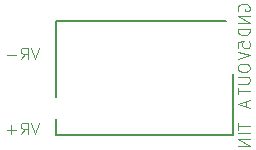
<source format=gbo>
G04 #@! TF.GenerationSoftware,KiCad,Pcbnew,8.0.1-8.0.1-1~ubuntu22.04.1*
G04 #@! TF.CreationDate,2024-04-22T12:26:01+00:00*
G04 #@! TF.ProjectId,vr-discrete,76722d64-6973-4637-9265-74652e6b6963,rev?*
G04 #@! TF.SameCoordinates,Original*
G04 #@! TF.FileFunction,Legend,Bot*
G04 #@! TF.FilePolarity,Positive*
%FSLAX46Y46*%
G04 Gerber Fmt 4.6, Leading zero omitted, Abs format (unit mm)*
G04 Created by KiCad (PCBNEW 8.0.1-8.0.1-1~ubuntu22.04.1) date 2024-04-22 12:26:01*
%MOMM*%
%LPD*%
G01*
G04 APERTURE LIST*
%ADD10C,0.100000*%
%ADD11C,0.200000*%
G04 APERTURE END LIST*
D10*
X20462419Y10649926D02*
X20462419Y11126116D01*
X20462419Y11126116D02*
X20938609Y11173735D01*
X20938609Y11173735D02*
X20890990Y11126116D01*
X20890990Y11126116D02*
X20843371Y11030878D01*
X20843371Y11030878D02*
X20843371Y10792783D01*
X20843371Y10792783D02*
X20890990Y10697545D01*
X20890990Y10697545D02*
X20938609Y10649926D01*
X20938609Y10649926D02*
X21033847Y10602307D01*
X21033847Y10602307D02*
X21271942Y10602307D01*
X21271942Y10602307D02*
X21367180Y10649926D01*
X21367180Y10649926D02*
X21414800Y10697545D01*
X21414800Y10697545D02*
X21462419Y10792783D01*
X21462419Y10792783D02*
X21462419Y11030878D01*
X21462419Y11030878D02*
X21414800Y11126116D01*
X21414800Y11126116D02*
X21367180Y11173735D01*
X20462419Y10316592D02*
X21462419Y9983259D01*
X21462419Y9983259D02*
X20462419Y9649926D01*
X20462419Y9030640D02*
X20462419Y8840164D01*
X20462419Y8840164D02*
X20510038Y8744926D01*
X20510038Y8744926D02*
X20605276Y8649688D01*
X20605276Y8649688D02*
X20795752Y8602069D01*
X20795752Y8602069D02*
X21129085Y8602069D01*
X21129085Y8602069D02*
X21319561Y8649688D01*
X21319561Y8649688D02*
X21414800Y8744926D01*
X21414800Y8744926D02*
X21462419Y8840164D01*
X21462419Y8840164D02*
X21462419Y9030640D01*
X21462419Y9030640D02*
X21414800Y9125878D01*
X21414800Y9125878D02*
X21319561Y9221116D01*
X21319561Y9221116D02*
X21129085Y9268735D01*
X21129085Y9268735D02*
X20795752Y9268735D01*
X20795752Y9268735D02*
X20605276Y9221116D01*
X20605276Y9221116D02*
X20510038Y9125878D01*
X20510038Y9125878D02*
X20462419Y9030640D01*
X20462419Y8173497D02*
X21271942Y8173497D01*
X21271942Y8173497D02*
X21367180Y8125878D01*
X21367180Y8125878D02*
X21414800Y8078259D01*
X21414800Y8078259D02*
X21462419Y7983021D01*
X21462419Y7983021D02*
X21462419Y7792545D01*
X21462419Y7792545D02*
X21414800Y7697307D01*
X21414800Y7697307D02*
X21367180Y7649688D01*
X21367180Y7649688D02*
X21271942Y7602069D01*
X21271942Y7602069D02*
X20462419Y7602069D01*
X20462419Y7268735D02*
X20462419Y6697307D01*
X21462419Y6983021D02*
X20462419Y6983021D01*
X20462419Y4283973D02*
X20462419Y3712545D01*
X21462419Y3998259D02*
X20462419Y3998259D01*
X21462419Y3379211D02*
X20462419Y3379211D01*
X21462419Y2903021D02*
X20462419Y2903021D01*
X20462419Y2903021D02*
X21462419Y2331593D01*
X21462419Y2331593D02*
X20462419Y2331593D01*
X21176704Y6093735D02*
X21176704Y5617545D01*
X21462419Y6188973D02*
X20462419Y5855640D01*
X20462419Y5855640D02*
X21462419Y5522307D01*
X20510038Y13777307D02*
X20462419Y13872545D01*
X20462419Y13872545D02*
X20462419Y14015402D01*
X20462419Y14015402D02*
X20510038Y14158259D01*
X20510038Y14158259D02*
X20605276Y14253497D01*
X20605276Y14253497D02*
X20700514Y14301116D01*
X20700514Y14301116D02*
X20890990Y14348735D01*
X20890990Y14348735D02*
X21033847Y14348735D01*
X21033847Y14348735D02*
X21224323Y14301116D01*
X21224323Y14301116D02*
X21319561Y14253497D01*
X21319561Y14253497D02*
X21414800Y14158259D01*
X21414800Y14158259D02*
X21462419Y14015402D01*
X21462419Y14015402D02*
X21462419Y13920164D01*
X21462419Y13920164D02*
X21414800Y13777307D01*
X21414800Y13777307D02*
X21367180Y13729688D01*
X21367180Y13729688D02*
X21033847Y13729688D01*
X21033847Y13729688D02*
X21033847Y13920164D01*
X21462419Y13301116D02*
X20462419Y13301116D01*
X20462419Y13301116D02*
X21462419Y12729688D01*
X21462419Y12729688D02*
X20462419Y12729688D01*
X21462419Y12253497D02*
X20462419Y12253497D01*
X20462419Y12253497D02*
X20462419Y12015402D01*
X20462419Y12015402D02*
X20510038Y11872545D01*
X20510038Y11872545D02*
X20605276Y11777307D01*
X20605276Y11777307D02*
X20700514Y11729688D01*
X20700514Y11729688D02*
X20890990Y11682069D01*
X20890990Y11682069D02*
X21033847Y11682069D01*
X21033847Y11682069D02*
X21224323Y11729688D01*
X21224323Y11729688D02*
X21319561Y11777307D01*
X21319561Y11777307D02*
X21414800Y11872545D01*
X21414800Y11872545D02*
X21462419Y12015402D01*
X21462419Y12015402D02*
X21462419Y12253497D01*
X3648972Y10652581D02*
X3315639Y9652581D01*
X3315639Y9652581D02*
X2982306Y10652581D01*
X2077544Y9652581D02*
X2410877Y10128772D01*
X2648972Y9652581D02*
X2648972Y10652581D01*
X2648972Y10652581D02*
X2268020Y10652581D01*
X2268020Y10652581D02*
X2172782Y10604962D01*
X2172782Y10604962D02*
X2125163Y10557343D01*
X2125163Y10557343D02*
X2077544Y10462105D01*
X2077544Y10462105D02*
X2077544Y10319248D01*
X2077544Y10319248D02*
X2125163Y10224010D01*
X2125163Y10224010D02*
X2172782Y10176391D01*
X2172782Y10176391D02*
X2268020Y10128772D01*
X2268020Y10128772D02*
X2648972Y10128772D01*
X1648972Y10033534D02*
X887068Y10033534D01*
X3648972Y4302581D02*
X3315639Y3302581D01*
X3315639Y3302581D02*
X2982306Y4302581D01*
X2077544Y3302581D02*
X2410877Y3778772D01*
X2648972Y3302581D02*
X2648972Y4302581D01*
X2648972Y4302581D02*
X2268020Y4302581D01*
X2268020Y4302581D02*
X2172782Y4254962D01*
X2172782Y4254962D02*
X2125163Y4207343D01*
X2125163Y4207343D02*
X2077544Y4112105D01*
X2077544Y4112105D02*
X2077544Y3969248D01*
X2077544Y3969248D02*
X2125163Y3874010D01*
X2125163Y3874010D02*
X2172782Y3826391D01*
X2172782Y3826391D02*
X2268020Y3778772D01*
X2268020Y3778772D02*
X2648972Y3778772D01*
X1648972Y3683534D02*
X887068Y3683534D01*
X1268020Y3302581D02*
X1268020Y4064486D01*
D11*
G04 #@! TO.C,M750*
X5030000Y12875000D02*
X5030000Y6475000D01*
X5030000Y3275000D02*
X5030000Y4575000D01*
X5030000Y3275000D02*
X20030000Y3275000D01*
X19430000Y12875000D02*
X5030000Y12875000D01*
X20030000Y3275000D02*
X20030000Y8375000D01*
G04 #@! TD*
M02*

</source>
